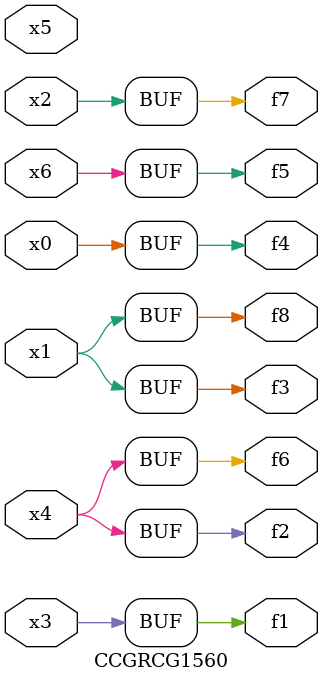
<source format=v>
module CCGRCG1560(
	input x0, x1, x2, x3, x4, x5, x6,
	output f1, f2, f3, f4, f5, f6, f7, f8
);
	assign f1 = x3;
	assign f2 = x4;
	assign f3 = x1;
	assign f4 = x0;
	assign f5 = x6;
	assign f6 = x4;
	assign f7 = x2;
	assign f8 = x1;
endmodule

</source>
